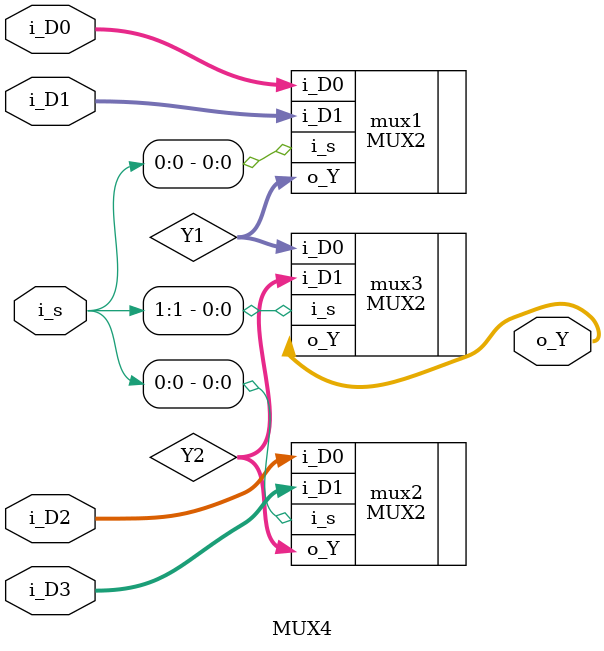
<source format=v>
module MUX4
	#(parameter n = 32)
	(
		input wire [n-1:0] i_D0,
		input wire [n-1:0] i_D1,
		input wire [n-1:0] i_D2,
		input wire [n-1:0] i_D3,
		input wire [1:0] i_s,
		output wire [n-1:0] o_Y
	);
	wire [n-1:0]Y1;
	wire [n-1:0]Y2;
	
	MUX2 mux1
	(
		.i_D0(i_D0),
		.i_D1(i_D1),
		.o_Y(Y1),
		.i_s(i_s[0])
	);
	defparam mux1.n = n;
	
	
	
	MUX2 mux2
	(
		.i_D0(i_D2),
		.i_D1(i_D3),
		.o_Y(Y2),
		.i_s(i_s[0])
	);
	defparam mux2.n = n;
	
	MUX2 mux3
	(
		.i_D0(Y1),
		.i_D1(Y2),
		.o_Y(o_Y),
		.i_s(i_s[1])
	);
	defparam mux3.n = n;
	
	
endmodule
</source>
